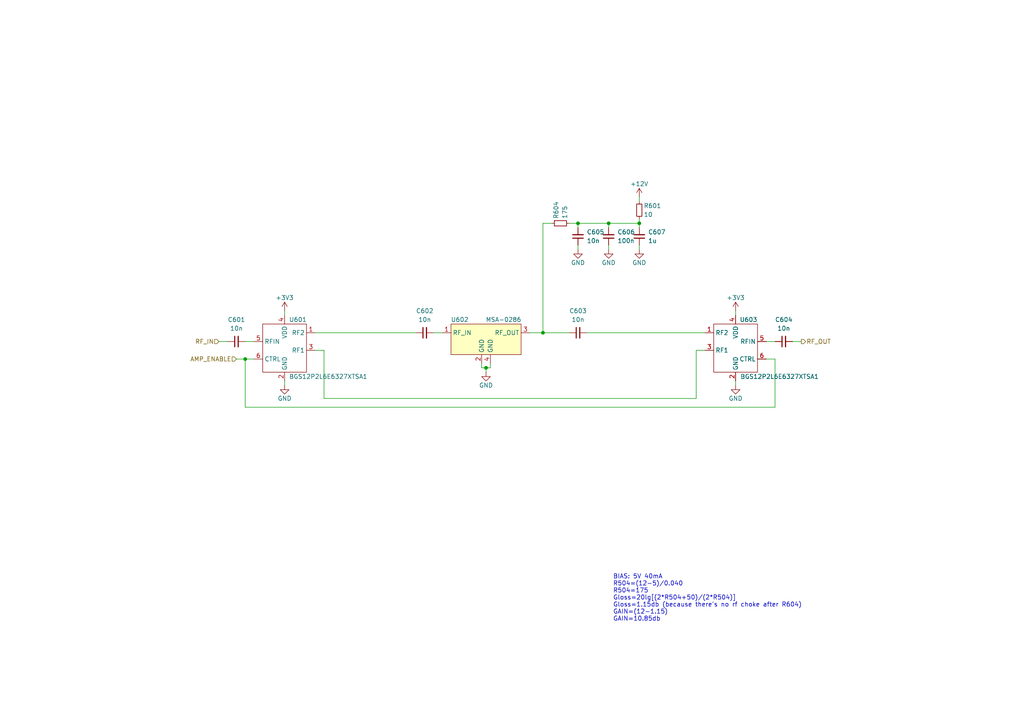
<source format=kicad_sch>
(kicad_sch (version 20211123) (generator eeschema)
  (paper "A4")
  (lib_symbols
    (symbol "Device:C_Small" (pin_numbers hide) (pin_names (offset 0.254) hide)
      (property "Reference" "C" (at 0.254 1.778 0))
      (property "Value" "C_Small" (at 0.254 -2.032 0))
      (symbol "C_Small_0_1"
        (polyline (pts (xy -1.524 -0.508) (xy 1.524 -0.508)) (stroke (width 0.3302)))
        (polyline (pts (xy -1.524 0.508) (xy 1.524 0.508)) (stroke (width 0.3048)))
      )
      (symbol "C_Small_1_1"
        (pin passive line (at 0 2.54 270) (length 2.032) (name "~") (number "1"))
        (pin passive line (at 0 -2.54 90) (length 2.032) (name "~") (number "2"))
      )
    )
    (symbol "Device:R_Small" (pin_numbers hide) (pin_names (offset 0.254) hide)
      (property "Reference" "R" (at 0.762 0.508 0))
      (property "Value" "R_Small" (at 0.762 -1.016 0))
      (symbol "R_Small_0_1"
        (rectangle (start -0.762 1.778) (end 0.762 -1.778) (stroke (width 0.2032)))
      )
      (symbol "R_Small_1_1"
        (pin passive line (at 0 2.54 270) (length 0.762) (name "~") (number "1"))
        (pin passive line (at 0 -2.54 90) (length 0.762) (name "~") (number "2"))
      )
    )
    (symbol "frontEnd:BGS12P2L6E6327XTSA1"
      (property "Reference" "U" (at 7.62 6.35 0))
      (property "Value" "BGS12P2L6E6327XTSA1" (at 19.05 -11.43 0))
      (symbol "BGS12P2L6E6327XTSA1_0_1"
        (rectangle (start 0 5.08) (end 12.7 -8.89))
      )
      (symbol "BGS12P2L6E6327XTSA1_1_1"
        (pin input line (at 15.24 2.54 180) (length 2.54) (name "RF2") (number "1"))
        (pin input line (at 6.35 -11.43 90) (length 2.54) (name "GND") (number "2"))
        (pin input line (at 15.24 -2.54 180) (length 2.54) (name "RF1") (number "3"))
        (pin input line (at 6.35 7.62 270) (length 2.54) (name "VDD") (number "4"))
        (pin input line (at -2.54 0 0) (length 2.54) (name "RFIN") (number "5"))
        (pin input line (at -2.54 -5.08 0) (length 2.54) (name "CTRL") (number "6"))
      )
    )
    (symbol "frontEnd:MSA-0286"
      (property "Reference" "U" (at -7.62 3.81 0))
      (property "Value" "MSA-0286" (at 6.35 3.81 0))
      (symbol "MSA-0286_0_1"
        (rectangle (start -8.89 2.54) (end 11.43 -6.35) (fill (type background)))
      )
      (symbol "MSA-0286_1_1"
        (pin input line (at -11.43 0 0) (length 2.54) (name "RF_IN") (number "1"))
        (pin input line (at 0 -8.89 90) (length 2.54) (name "GND") (number "2"))
        (pin input line (at 13.97 0 180) (length 2.54) (name "RF_OUT") (number "3"))
        (pin input line (at 2.54 -8.89 90) (length 2.54) (name "GND") (number "4"))
      )
    )
    (symbol "power:+12V" (power) (pin_names (offset 0))
      (property "Value" "+12V" (at 0 3.556 0))
      (symbol "+12V_0_1"
        (polyline (pts (xy -0.762 1.27) (xy 0 2.54)))
        (polyline (pts (xy 0 0) (xy 0 2.54)))
        (polyline (pts (xy 0 2.54) (xy 0.762 1.27)))
      )
      (symbol "+12V_1_1"
        (pin power_in line (at 0 0 90) (length 0) hide (name "+12V") (number "1"))
      )
    )
    (symbol "power:+3V3" (power) (pin_names (offset 0))
      (property "Value" "+3V3" (at 0 3.556 0))
      (symbol "+3V3_0_1"
        (polyline (pts (xy -0.762 1.27) (xy 0 2.54)))
        (polyline (pts (xy 0 0) (xy 0 2.54)))
        (polyline (pts (xy 0 2.54) (xy 0.762 1.27)))
      )
      (symbol "+3V3_1_1"
        (pin power_in line (at 0 0 90) (length 0) hide (name "+3V3") (number "1"))
      )
    )
    (symbol "power:GND" (power) (pin_names (offset 0))
      (property "Value" "GND" (at 0 -3.81 0))
      (symbol "GND_0_1"
        (polyline (pts (xy 0 0) (xy 0 -1.27) (xy 1.27 -1.27) (xy 0 -2.54) (xy -1.27 -1.27) (xy 0 -1.27)))
      )
      (symbol "GND_1_1"
        (pin power_in line (at 0 0 270) (length 0) hide (name "GND") (number "1"))
      )
    )
  )
  (junction (at 71.12 104.14))
  (junction (at 157.48 96.52))
  (junction (at 140.97 106.68))
  (junction (at 167.64 64.77))
  (junction (at 176.53 64.77))
  (junction (at 185.42 64.77))
  (wire (pts (xy 213.36 110.49) (xy 213.36 111.76)))
  (wire (pts (xy 140.97 106.68) (xy 142.24 106.68)))
  (wire (pts (xy 201.93 101.6) (xy 204.47 101.6)))
  (wire (pts (xy 82.55 90.17) (xy 82.55 91.44)))
  (wire (pts (xy 224.79 104.14) (xy 222.25 104.14)))
  (wire (pts (xy 170.18 96.52) (xy 204.47 96.52)))
  (wire (pts (xy 167.64 71.12) (xy 167.64 72.39)))
  (wire (pts (xy 93.98 101.6) (xy 93.98 115.57)))
  (wire (pts (xy 93.98 115.57) (xy 201.93 115.57)))
  (wire (pts (xy 229.87 99.06) (xy 232.41 99.06)))
  (wire (pts (xy 157.48 64.77) (xy 157.48 96.52)))
  (wire (pts (xy 91.44 96.52) (xy 120.65 96.52)))
  (wire (pts (xy 213.36 90.17) (xy 213.36 91.44)))
  (wire (pts (xy 185.42 71.12) (xy 185.42 72.39)))
  (wire (pts (xy 176.53 71.12) (xy 176.53 72.39)))
  (wire (pts (xy 165.1 64.77) (xy 167.64 64.77)))
  (wire (pts (xy 139.7 105.41) (xy 139.7 106.68)))
  (wire (pts (xy 185.42 63.5) (xy 185.42 64.77)))
  (wire (pts (xy 68.58 104.14) (xy 71.12 104.14)))
  (wire (pts (xy 140.97 106.68) (xy 140.97 107.95)))
  (wire (pts (xy 157.48 96.52) (xy 165.1 96.52)))
  (wire (pts (xy 176.53 64.77) (xy 185.42 64.77)))
  (wire (pts (xy 157.48 64.77) (xy 160.02 64.77)))
  (wire (pts (xy 222.25 99.06) (xy 224.79 99.06)))
  (wire (pts (xy 91.44 101.6) (xy 93.98 101.6)))
  (wire (pts (xy 71.12 118.11) (xy 224.79 118.11)))
  (wire (pts (xy 139.7 106.68) (xy 140.97 106.68)))
  (wire (pts (xy 224.79 118.11) (xy 224.79 104.14)))
  (wire (pts (xy 71.12 104.14) (xy 71.12 118.11)))
  (wire (pts (xy 73.66 104.14) (xy 71.12 104.14)))
  (wire (pts (xy 153.67 96.52) (xy 157.48 96.52)))
  (wire (pts (xy 125.73 96.52) (xy 128.27 96.52)))
  (wire (pts (xy 142.24 105.41) (xy 142.24 106.68)))
  (wire (pts (xy 185.42 64.77) (xy 185.42 66.04)))
  (wire (pts (xy 176.53 64.77) (xy 176.53 66.04)))
  (wire (pts (xy 201.93 115.57) (xy 201.93 101.6)))
  (wire (pts (xy 71.12 99.06) (xy 73.66 99.06)))
  (wire (pts (xy 167.64 64.77) (xy 176.53 64.77)))
  (wire (pts (xy 63.5 99.06) (xy 66.04 99.06)))
  (wire (pts (xy 82.55 110.49) (xy 82.55 111.76)))
  (wire (pts (xy 167.64 64.77) (xy 167.64 66.04)))
  (wire (pts (xy 185.42 57.15) (xy 185.42 58.42)))
  (text "BIAS: 5V 40mA\nR504=(12-5)/0.040\nR504=175\nGloss=20lg[(2*R504+50)/(2*R504)]\nGloss=1.15db (because there's no rf choke after R604)\nGAIN=(12-1.15)\nGAIN=10.85db" (at 177.8 180.34 0) (effects (font (size 1.27 1.27)) (justify left bottom)))
  (hierarchical_label "RF_OUT" (shape output) (at 232.41 99.06 0))
  (hierarchical_label "RF_IN" (shape input) (at 63.5 99.06 180))
  (hierarchical_label "AMP_ENABLE" (shape input) (at 68.58 104.14 180))
  (symbol (lib_id "power:GND") (at 213.36 111.76 0) (unit 1)
    (property "Reference" "#PWR?" (effects hide))
    (property "Value" "GND" (at 213.36 115.57 0))
  )
  (symbol (lib_id "Device:C_Small") (at 185.42 68.58 180) (unit 1)
    (property "Reference" "C607" (at 187.96 67.3035 0) (effects (justify right)))
    (property "Value" "1u" (at 187.96 69.8435 0) (effects (justify right)))
    (property "Footprint" "Capacitor_SMD:C_0805_2012Metric" (effects hide))
  )
  (symbol (lib_id "power:+12V") (at 185.42 57.15 0) (unit 1)
    (property "Reference" "#PWR?" (effects hide))
    (property "Value" "+12V" (at 185.42 53.34 0))
  )
  (symbol (lib_id "power:GND") (at 185.42 72.39 0) (unit 1)
    (property "Reference" "#PWR?" (effects hide))
    (property "Value" "GND" (at 185.42 76.2 0))
  )
  (symbol (lib_id "power:GND") (at 82.55 111.76 0) (unit 1)
    (property "Reference" "#PWR?" (effects hide))
    (property "Value" "GND" (at 82.55 115.57 0))
  )
  (symbol (lib_id "power:GND") (at 176.53 72.39 0) (unit 1)
    (property "Reference" "#PWR?" (effects hide))
    (property "Value" "GND" (at 176.53 76.2 0))
  )
  (symbol (lib_id "frontEnd:BGS12P2L6E6327XTSA1") (at 76.2 99.06 0) (unit 1)
    (property "Reference" "U601" (at 83.82 92.71 0) (effects (justify left)))
    (property "Value" "BGS12P2L6E6327XTSA1" (at 83.82 109.22 0) (effects (justify left)))
  )
  (symbol (lib_id "Device:C_Small") (at 68.58 99.06 90) (unit 1)
    (property "Reference" "C601" (at 68.5863 92.71 90))
    (property "Value" "10n" (at 68.5863 95.25 90))
    (property "Footprint" "Capacitor_SMD:C_0805_2012Metric" (effects hide))
  )
  (symbol (lib_id "power:GND") (at 167.64 72.39 0) (unit 1)
    (property "Reference" "#PWR?" (effects hide))
    (property "Value" "GND" (at 167.64 76.2 0))
  )
  (symbol (lib_id "power:+3V3") (at 213.36 90.17 0) (unit 1)
    (property "Reference" "#PWR?" (effects hide))
    (property "Value" "+3V3" (at 213.36 86.36 0))
  )
  (symbol (lib_id "power:GND") (at 140.97 107.95 0) (unit 1)
    (property "Reference" "#PWR?" (effects hide))
    (property "Value" "GND" (at 140.97 111.76 0))
  )
  (symbol (lib_id "Device:C_Small") (at 167.64 96.52 90) (unit 1)
    (property "Reference" "C603" (at 167.6463 90.17 90))
    (property "Value" "10n" (at 167.6463 92.71 90))
    (property "Footprint" "Capacitor_SMD:C_0805_2012Metric" (effects hide))
  )
  (symbol (lib_id "Device:C_Small") (at 176.53 68.58 180) (unit 1)
    (property "Reference" "C606" (at 179.07 67.3035 0) (effects (justify right)))
    (property "Value" "100n" (at 179.07 69.8435 0) (effects (justify right)))
    (property "Footprint" "Capacitor_SMD:C_0805_2012Metric" (effects hide))
  )
  (symbol (lib_id "Device:C_Small") (at 227.33 99.06 90) (unit 1)
    (property "Reference" "C604" (at 227.3363 92.71 90))
    (property "Value" "10n" (at 227.3363 95.25 90))
    (property "Footprint" "Capacitor_SMD:C_0805_2012Metric" (effects hide))
  )
  (symbol (lib_id "frontEnd:BGS12P2L6E6327XTSA1") (at 219.71 99.06 0) (mirror y) (unit 1)
    (property "Reference" "U603" (at 219.71 92.71 0) (effects (justify left)))
    (property "Value" "BGS12P2L6E6327XTSA1" (at 237.49 109.22 0) (effects (justify left)))
  )
  (symbol (lib_id "Device:R_Small") (at 162.56 64.77 90) (unit 1)
    (property "Reference" "R604" (at 161.29 63.5 0) (effects (justify left)))
    (property "Value" "175" (at 163.83 63.5 0) (effects (justify left)))
    (property "Footprint" "Resistor_SMD:R_0805_2012Metric" (effects hide))
  )
  (symbol (lib_id "frontEnd:MSA-0286") (at 139.7 96.52 0) (unit 1)
    (property "Reference" "U602" (at 133.35 92.71 0))
    (property "Value" "MSA-0286" (at 146.05 92.71 0))
  )
  (symbol (lib_id "Device:C_Small") (at 167.64 68.58 180) (unit 1)
    (property "Reference" "C605" (at 170.18 67.3035 0) (effects (justify right)))
    (property "Value" "10n" (at 170.18 69.8435 0) (effects (justify right)))
    (property "Footprint" "Capacitor_SMD:C_0805_2012Metric" (effects hide))
  )
  (symbol (lib_id "Device:C_Small") (at 123.19 96.52 90) (unit 1)
    (property "Reference" "C602" (at 123.1963 90.17 90))
    (property "Value" "10n" (at 123.1963 92.71 90))
    (property "Footprint" "Capacitor_SMD:C_0805_2012Metric" (effects hide))
  )
  (symbol (lib_id "power:+3V3") (at 82.55 90.17 0) (unit 1)
    (property "Reference" "#PWR?" (effects hide))
    (property "Value" "+3V3" (at 82.55 86.36 0))
  )
  (symbol (lib_id "Device:R_Small") (at 185.42 60.96 0) (unit 1)
    (property "Reference" "R601" (at 186.69 59.69 0) (effects (justify left)))
    (property "Value" "10" (at 186.69 62.23 0) (effects (justify left)))
    (property "Footprint" "Resistor_SMD:R_0805_2012Metric" (effects hide))
  )
)
</source>
